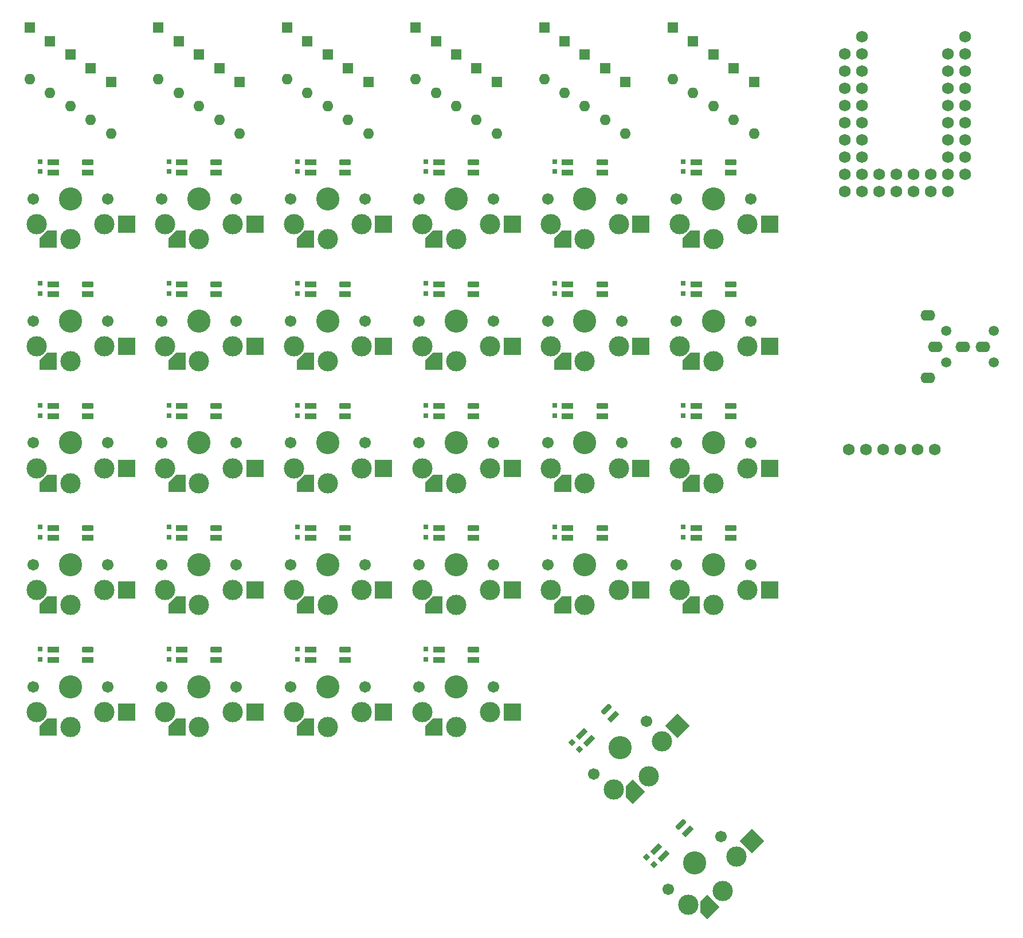
<source format=gts>
G04 #@! TF.GenerationSoftware,KiCad,Pcbnew,(6.0.2)*
G04 #@! TF.CreationDate,2022-04-13T18:46:02+02:00*
G04 #@! TF.ProjectId,SPKB,53504b42-2e6b-4696-9361-645f70636258,rev?*
G04 #@! TF.SameCoordinates,Original*
G04 #@! TF.FileFunction,Soldermask,Top*
G04 #@! TF.FilePolarity,Negative*
%FSLAX46Y46*%
G04 Gerber Fmt 4.6, Leading zero omitted, Abs format (unit mm)*
G04 Created by KiCad (PCBNEW (6.0.2)) date 2022-04-13 18:46:02*
%MOMM*%
%LPD*%
G01*
G04 APERTURE LIST*
G04 Aperture macros list*
%AMRoundRect*
0 Rectangle with rounded corners*
0 $1 Rounding radius*
0 $2 $3 $4 $5 $6 $7 $8 $9 X,Y pos of 4 corners*
0 Add a 4 corners polygon primitive as box body*
4,1,4,$2,$3,$4,$5,$6,$7,$8,$9,$2,$3,0*
0 Add four circle primitives for the rounded corners*
1,1,$1+$1,$2,$3*
1,1,$1+$1,$4,$5*
1,1,$1+$1,$6,$7*
1,1,$1+$1,$8,$9*
0 Add four rect primitives between the rounded corners*
20,1,$1+$1,$2,$3,$4,$5,0*
20,1,$1+$1,$4,$5,$6,$7,0*
20,1,$1+$1,$6,$7,$8,$9,0*
20,1,$1+$1,$8,$9,$2,$3,0*%
%AMRotRect*
0 Rectangle, with rotation*
0 The origin of the aperture is its center*
0 $1 length*
0 $2 width*
0 $3 Rotation angle, in degrees counterclockwise*
0 Add horizontal line*
21,1,$1,$2,0,0,$3*%
%AMOutline5P*
0 Free polygon, 5 corners , with rotation*
0 The origin of the aperture is its center*
0 number of corners: always 5*
0 $1 to $10 corner X, Y*
0 $11 Rotation angle, in degrees counterclockwise*
0 create outline with 5 corners*
4,1,5,$1,$2,$3,$4,$5,$6,$7,$8,$9,$10,$1,$2,$11*%
%AMOutline6P*
0 Free polygon, 6 corners , with rotation*
0 The origin of the aperture is its center*
0 number of corners: always 6*
0 $1 to $12 corner X, Y*
0 $13 Rotation angle, in degrees counterclockwise*
0 create outline with 6 corners*
4,1,6,$1,$2,$3,$4,$5,$6,$7,$8,$9,$10,$11,$12,$1,$2,$13*%
%AMOutline7P*
0 Free polygon, 7 corners , with rotation*
0 The origin of the aperture is its center*
0 number of corners: always 7*
0 $1 to $14 corner X, Y*
0 $15 Rotation angle, in degrees counterclockwise*
0 create outline with 7 corners*
4,1,7,$1,$2,$3,$4,$5,$6,$7,$8,$9,$10,$11,$12,$13,$14,$1,$2,$15*%
%AMOutline8P*
0 Free polygon, 8 corners , with rotation*
0 The origin of the aperture is its center*
0 number of corners: always 8*
0 $1 to $16 corner X, Y*
0 $17 Rotation angle, in degrees counterclockwise*
0 create outline with 8 corners*
4,1,8,$1,$2,$3,$4,$5,$6,$7,$8,$9,$10,$11,$12,$13,$14,$15,$16,$1,$2,$17*%
G04 Aperture macros list end*
%ADD10C,1.500000*%
%ADD11O,2.200000X1.600000*%
%ADD12C,3.000000*%
%ADD13C,1.701800*%
%ADD14C,3.429000*%
%ADD15Outline5P,-1.300000X0.130000X-0.130000X1.300000X1.300000X1.300000X1.300000X-1.300000X-1.300000X-1.300000X0.000000*%
%ADD16R,2.600000X2.600000*%
%ADD17RoundRect,0.205000X-0.645000X-0.205000X0.645000X-0.205000X0.645000X0.205000X-0.645000X0.205000X0*%
%ADD18R,1.700000X0.820000*%
%ADD19R,0.750000X0.800000*%
%ADD20R,1.600000X1.600000*%
%ADD21O,1.600000X1.600000*%
%ADD22C,1.752600*%
%ADD23Outline5P,-1.300000X0.130000X-0.130000X1.300000X1.300000X1.300000X1.300000X-1.300000X-1.300000X-1.300000X45.000000*%
%ADD24RotRect,2.600000X2.600000X45.000000*%
%ADD25RoundRect,0.205000X-0.311127X-0.601041X0.601041X0.311127X0.311127X0.601041X-0.601041X-0.311127X0*%
%ADD26RotRect,1.700000X0.820000X45.000000*%
%ADD27RotRect,0.800000X0.750000X315.000000*%
G04 APERTURE END LIST*
D10*
X168400000Y-79100000D03*
X175400000Y-79100000D03*
D11*
X165700000Y-81400000D03*
X165700000Y-72200000D03*
X166800000Y-76800000D03*
X173800000Y-76800000D03*
D10*
X168400000Y-74500000D03*
X175400000Y-74500000D03*
D11*
X170800000Y-76800000D03*
D12*
X91000000Y-58750000D03*
X96000000Y-60950000D03*
X101000000Y-58750000D03*
D13*
X90500000Y-55000000D03*
D14*
X96000000Y-55000000D03*
D13*
X101500000Y-55000000D03*
D15*
X92725000Y-60950000D03*
D16*
X104275000Y-58750000D03*
D17*
X98550000Y-49560000D03*
D18*
X98550000Y-51060000D03*
D19*
X91550000Y-50950000D03*
D18*
X93450000Y-51060000D03*
D19*
X91550000Y-49450000D03*
D18*
X93450000Y-49560000D03*
D12*
X91000000Y-94750000D03*
X96000000Y-96950000D03*
X101000000Y-94750000D03*
D13*
X90500000Y-91000000D03*
D14*
X96000000Y-91000000D03*
D13*
X101500000Y-91000000D03*
D15*
X92725000Y-96950000D03*
D16*
X104275000Y-94750000D03*
D17*
X98550000Y-85560000D03*
D18*
X98550000Y-87060000D03*
D19*
X91550000Y-86950000D03*
D18*
X93450000Y-87060000D03*
D19*
X91550000Y-85450000D03*
D18*
X93450000Y-85560000D03*
D12*
X129000000Y-58750000D03*
X134000000Y-60950000D03*
X139000000Y-58750000D03*
D13*
X128500000Y-55000000D03*
D14*
X134000000Y-55000000D03*
D13*
X139500000Y-55000000D03*
D15*
X130725000Y-60950000D03*
D16*
X142275000Y-58750000D03*
D17*
X136550000Y-49560000D03*
D18*
X136550000Y-51060000D03*
D19*
X129550000Y-50950000D03*
D18*
X131450000Y-51060000D03*
D19*
X129550000Y-49450000D03*
D18*
X131450000Y-49560000D03*
D12*
X91000000Y-76750000D03*
X96000000Y-78950000D03*
X101000000Y-76750000D03*
D13*
X90500000Y-73000000D03*
D14*
X96000000Y-73000000D03*
D13*
X101500000Y-73000000D03*
D15*
X92725000Y-78950000D03*
D16*
X104275000Y-76750000D03*
D17*
X98550000Y-67560000D03*
D18*
X98550000Y-69060000D03*
D19*
X91550000Y-68950000D03*
D18*
X93450000Y-69060000D03*
D19*
X91550000Y-67450000D03*
D18*
X93450000Y-67560000D03*
D12*
X34000000Y-94750000D03*
X39000000Y-96950000D03*
X44000000Y-94750000D03*
D13*
X33500000Y-91000000D03*
D14*
X39000000Y-91000000D03*
D13*
X44500000Y-91000000D03*
D15*
X35725000Y-96950000D03*
D16*
X47275000Y-94750000D03*
D17*
X41550000Y-85560000D03*
D18*
X41550000Y-87060000D03*
D19*
X34550000Y-86950000D03*
D18*
X36450000Y-87060000D03*
D19*
X34550000Y-85450000D03*
D18*
X36450000Y-85560000D03*
D20*
X112000000Y-31690000D03*
D21*
X112000000Y-39310000D03*
D12*
X34000000Y-130750000D03*
X39000000Y-132950000D03*
X44000000Y-130750000D03*
D13*
X33500000Y-127000000D03*
D14*
X39000000Y-127000000D03*
D13*
X44500000Y-127000000D03*
D15*
X35725000Y-132950000D03*
D16*
X47275000Y-130750000D03*
D17*
X41550000Y-121560000D03*
D18*
X41550000Y-123060000D03*
D19*
X34550000Y-122950000D03*
D18*
X36450000Y-123060000D03*
D19*
X34550000Y-121450000D03*
D18*
X36450000Y-121560000D03*
D12*
X72000000Y-130750000D03*
X77000000Y-132950000D03*
X82000000Y-130750000D03*
D13*
X71500000Y-127000000D03*
D14*
X77000000Y-127000000D03*
D13*
X82500000Y-127000000D03*
D15*
X73725000Y-132950000D03*
D16*
X85275000Y-130750000D03*
D17*
X79550000Y-121560000D03*
D18*
X79550000Y-123060000D03*
D19*
X72550000Y-122950000D03*
D18*
X74450000Y-123060000D03*
D19*
X72550000Y-121450000D03*
D18*
X74450000Y-121560000D03*
D12*
X34000000Y-58750000D03*
X39000000Y-60950000D03*
X44000000Y-58750000D03*
D13*
X33500000Y-55000000D03*
D14*
X39000000Y-55000000D03*
D13*
X44500000Y-55000000D03*
D15*
X35725000Y-60950000D03*
D16*
X47275000Y-58750000D03*
D17*
X41550000Y-49560000D03*
D18*
X41550000Y-51060000D03*
D19*
X34550000Y-50950000D03*
D18*
X36450000Y-51060000D03*
D19*
X34550000Y-49450000D03*
D18*
X36450000Y-49560000D03*
D20*
X80000000Y-35690000D03*
D21*
X80000000Y-43310000D03*
D20*
X64000000Y-37690000D03*
D21*
X64000000Y-45310000D03*
D20*
X71000000Y-29690000D03*
D21*
X71000000Y-37310000D03*
D20*
X102000000Y-37690000D03*
D21*
X102000000Y-45310000D03*
D12*
X110000000Y-112750000D03*
X115000000Y-114950000D03*
X120000000Y-112750000D03*
D13*
X109500000Y-109000000D03*
D14*
X115000000Y-109000000D03*
D13*
X120500000Y-109000000D03*
D15*
X111725000Y-114950000D03*
D16*
X123275000Y-112750000D03*
D17*
X117550000Y-103560000D03*
D18*
X117550000Y-105060000D03*
D19*
X110550000Y-104950000D03*
D18*
X112450000Y-105060000D03*
D19*
X110550000Y-103450000D03*
D18*
X112450000Y-103560000D03*
D20*
X137000000Y-35690000D03*
D21*
X137000000Y-43310000D03*
D12*
X72000000Y-94750000D03*
X77000000Y-96950000D03*
X82000000Y-94750000D03*
D13*
X71500000Y-91000000D03*
D14*
X77000000Y-91000000D03*
D13*
X82500000Y-91000000D03*
D15*
X73725000Y-96950000D03*
D16*
X85275000Y-94750000D03*
D17*
X79550000Y-85560000D03*
D18*
X79550000Y-87060000D03*
D19*
X72550000Y-86950000D03*
D18*
X74450000Y-87060000D03*
D19*
X72550000Y-85450000D03*
D18*
X74450000Y-85560000D03*
D20*
X109000000Y-29690000D03*
D21*
X109000000Y-37310000D03*
D20*
X140000000Y-37690000D03*
D21*
X140000000Y-45310000D03*
D12*
X53000000Y-76750000D03*
X58000000Y-78950000D03*
X63000000Y-76750000D03*
D13*
X52500000Y-73000000D03*
D14*
X58000000Y-73000000D03*
D13*
X63500000Y-73000000D03*
D15*
X54725000Y-78950000D03*
D16*
X66275000Y-76750000D03*
D17*
X60550000Y-67560000D03*
D18*
X60550000Y-69060000D03*
D19*
X53550000Y-68950000D03*
D18*
X55450000Y-69060000D03*
D19*
X53550000Y-67450000D03*
D18*
X55450000Y-67560000D03*
D20*
X134000000Y-33690000D03*
D21*
X134000000Y-41310000D03*
D20*
X61000000Y-35690000D03*
D21*
X61000000Y-43310000D03*
D22*
X166700000Y-92000000D03*
X154000000Y-92000000D03*
X156540000Y-92000000D03*
X159080000Y-92000000D03*
X161620000Y-92000000D03*
X164160000Y-92000000D03*
D20*
X36000000Y-31690000D03*
D21*
X36000000Y-39310000D03*
D12*
X53000000Y-130750000D03*
X58000000Y-132950000D03*
X63000000Y-130750000D03*
D13*
X52500000Y-127000000D03*
D14*
X58000000Y-127000000D03*
D13*
X63500000Y-127000000D03*
D15*
X54725000Y-132950000D03*
D16*
X66275000Y-130750000D03*
D17*
X60550000Y-121560000D03*
D18*
X60550000Y-123060000D03*
D19*
X53550000Y-122950000D03*
D18*
X55450000Y-123060000D03*
D19*
X53550000Y-121450000D03*
D18*
X55450000Y-121560000D03*
D20*
X131000000Y-31690000D03*
D21*
X131000000Y-39310000D03*
D12*
X110000000Y-76750000D03*
X115000000Y-78950000D03*
X120000000Y-76750000D03*
D13*
X109500000Y-73000000D03*
D14*
X115000000Y-73000000D03*
D13*
X120500000Y-73000000D03*
D15*
X111725000Y-78950000D03*
D16*
X123275000Y-76750000D03*
D17*
X117550000Y-67560000D03*
D18*
X117550000Y-69060000D03*
D19*
X110550000Y-68950000D03*
D18*
X112450000Y-69060000D03*
D19*
X110550000Y-67450000D03*
D18*
X112450000Y-67560000D03*
D20*
X33000000Y-29690000D03*
D21*
X33000000Y-37310000D03*
D12*
X53000000Y-94750000D03*
X58000000Y-96950000D03*
X63000000Y-94750000D03*
D13*
X52500000Y-91000000D03*
D14*
X58000000Y-91000000D03*
D13*
X63500000Y-91000000D03*
D15*
X54725000Y-96950000D03*
D16*
X66275000Y-94750000D03*
D17*
X60550000Y-85560000D03*
D18*
X60550000Y-87060000D03*
D19*
X53550000Y-86950000D03*
D18*
X55450000Y-87060000D03*
D19*
X53550000Y-85450000D03*
D18*
X55450000Y-85560000D03*
D12*
X129000000Y-112750000D03*
X134000000Y-114950000D03*
X139000000Y-112750000D03*
D13*
X128500000Y-109000000D03*
D14*
X134000000Y-109000000D03*
D13*
X139500000Y-109000000D03*
D15*
X130725000Y-114950000D03*
D16*
X142275000Y-112750000D03*
D17*
X136550000Y-103560000D03*
D18*
X136550000Y-105060000D03*
D19*
X129550000Y-104950000D03*
D18*
X131450000Y-105060000D03*
D19*
X129550000Y-103450000D03*
D18*
X131450000Y-103560000D03*
D20*
X90000000Y-29690000D03*
D21*
X90000000Y-37310000D03*
D20*
X55000000Y-31690000D03*
D21*
X55000000Y-39310000D03*
D20*
X115000000Y-33690000D03*
D21*
X115000000Y-41310000D03*
D20*
X128000000Y-29690000D03*
D21*
X128000000Y-37310000D03*
D12*
X91000000Y-130750000D03*
X96000000Y-132950000D03*
X101000000Y-130750000D03*
D13*
X90500000Y-127000000D03*
D14*
X96000000Y-127000000D03*
D13*
X101500000Y-127000000D03*
D15*
X92725000Y-132950000D03*
D16*
X104275000Y-130750000D03*
D17*
X98550000Y-121560000D03*
D18*
X98550000Y-123060000D03*
D19*
X91550000Y-122950000D03*
D18*
X93450000Y-123060000D03*
D19*
X91550000Y-121450000D03*
D18*
X93450000Y-121560000D03*
D12*
X119316117Y-142187184D03*
X124407285Y-140207285D03*
X126387184Y-135116117D03*
D13*
X116310913Y-139889087D03*
D14*
X120200000Y-136000000D03*
D13*
X124089087Y-132110913D03*
D23*
X122091511Y-142523060D03*
D24*
X128702959Y-132800342D03*
D25*
X118156461Y-130350217D03*
D26*
X119217122Y-131410877D03*
D27*
X114189592Y-136282843D03*
D26*
X115610877Y-135017122D03*
D27*
X113128932Y-135222183D03*
D26*
X114550217Y-133956461D03*
D20*
X52000000Y-29690000D03*
D21*
X52000000Y-37310000D03*
D20*
X83000000Y-37690000D03*
D21*
X83000000Y-45310000D03*
D20*
X121000000Y-37690000D03*
D21*
X121000000Y-45310000D03*
D20*
X58000000Y-33690000D03*
D21*
X58000000Y-41310000D03*
D12*
X72000000Y-112750000D03*
X77000000Y-114950000D03*
X82000000Y-112750000D03*
D13*
X71500000Y-109000000D03*
D14*
X77000000Y-109000000D03*
D13*
X82500000Y-109000000D03*
D15*
X73725000Y-114950000D03*
D16*
X85275000Y-112750000D03*
D17*
X79550000Y-103560000D03*
D18*
X79550000Y-105060000D03*
D19*
X72550000Y-104950000D03*
D18*
X74450000Y-105060000D03*
D19*
X72550000Y-103450000D03*
D18*
X74450000Y-103560000D03*
D20*
X42000000Y-35690000D03*
D21*
X42000000Y-43310000D03*
D12*
X129000000Y-76750000D03*
X134000000Y-78950000D03*
X139000000Y-76750000D03*
D13*
X128500000Y-73000000D03*
D14*
X134000000Y-73000000D03*
D13*
X139500000Y-73000000D03*
D15*
X130725000Y-78950000D03*
D16*
X142275000Y-76750000D03*
D17*
X136550000Y-67560000D03*
D18*
X136550000Y-69060000D03*
D19*
X129550000Y-68950000D03*
D18*
X131450000Y-69060000D03*
D19*
X129550000Y-67450000D03*
D18*
X131450000Y-67560000D03*
D12*
X91000000Y-112750000D03*
X96000000Y-114950000D03*
X101000000Y-112750000D03*
D13*
X90500000Y-109000000D03*
D14*
X96000000Y-109000000D03*
D13*
X101500000Y-109000000D03*
D15*
X92725000Y-114950000D03*
D16*
X104275000Y-112750000D03*
D17*
X98550000Y-103560000D03*
D18*
X98550000Y-105060000D03*
D19*
X91550000Y-104950000D03*
D18*
X93450000Y-105060000D03*
D19*
X91550000Y-103450000D03*
D18*
X93450000Y-103560000D03*
D12*
X72000000Y-58750000D03*
X77000000Y-60950000D03*
X82000000Y-58750000D03*
D13*
X71500000Y-55000000D03*
D14*
X77000000Y-55000000D03*
D13*
X82500000Y-55000000D03*
D15*
X73725000Y-60950000D03*
D16*
X85275000Y-58750000D03*
D17*
X79550000Y-49560000D03*
D18*
X79550000Y-51060000D03*
D19*
X72550000Y-50950000D03*
D18*
X74450000Y-51060000D03*
D19*
X72550000Y-49450000D03*
D18*
X74450000Y-49560000D03*
D20*
X118000000Y-35690000D03*
D21*
X118000000Y-43310000D03*
D12*
X130316117Y-159187184D03*
X135407285Y-157207285D03*
X137387184Y-152116117D03*
D13*
X127310913Y-156889087D03*
D14*
X131200000Y-153000000D03*
D13*
X135089087Y-149110913D03*
D23*
X133091511Y-159523060D03*
D24*
X139702959Y-149800342D03*
D25*
X129156461Y-147350217D03*
D26*
X130217122Y-148410877D03*
D27*
X125189592Y-153282843D03*
D26*
X126610877Y-152017122D03*
D27*
X124128932Y-152222183D03*
D26*
X125550217Y-150956461D03*
D12*
X53000000Y-112750000D03*
X58000000Y-114950000D03*
X63000000Y-112750000D03*
D13*
X52500000Y-109000000D03*
D14*
X58000000Y-109000000D03*
D13*
X63500000Y-109000000D03*
D15*
X54725000Y-114950000D03*
D16*
X66275000Y-112750000D03*
D17*
X60550000Y-103560000D03*
D18*
X60550000Y-105060000D03*
D19*
X53550000Y-104950000D03*
D18*
X55450000Y-105060000D03*
D19*
X53550000Y-103450000D03*
D18*
X55450000Y-103560000D03*
D12*
X129000000Y-94750000D03*
X134000000Y-96950000D03*
X139000000Y-94750000D03*
D13*
X128500000Y-91000000D03*
D14*
X134000000Y-91000000D03*
D13*
X139500000Y-91000000D03*
D15*
X130725000Y-96950000D03*
D16*
X142275000Y-94750000D03*
D17*
X136550000Y-85560000D03*
D18*
X136550000Y-87060000D03*
D19*
X129550000Y-86950000D03*
D18*
X131450000Y-87060000D03*
D19*
X129550000Y-85450000D03*
D18*
X131450000Y-85560000D03*
D12*
X110000000Y-94750000D03*
X115000000Y-96950000D03*
X120000000Y-94750000D03*
D13*
X109500000Y-91000000D03*
D14*
X115000000Y-91000000D03*
D13*
X120500000Y-91000000D03*
D15*
X111725000Y-96950000D03*
D16*
X123275000Y-94750000D03*
D17*
X117550000Y-85560000D03*
D18*
X117550000Y-87060000D03*
D19*
X110550000Y-86950000D03*
D18*
X112450000Y-87060000D03*
D19*
X110550000Y-85450000D03*
D18*
X112450000Y-85560000D03*
D20*
X99000000Y-35690000D03*
D21*
X99000000Y-43310000D03*
D22*
X171160000Y-31050000D03*
X153380000Y-33590000D03*
X171160000Y-33590000D03*
X153380000Y-36130000D03*
X171160000Y-36130000D03*
X153380000Y-38670000D03*
X153380000Y-41210000D03*
X171160000Y-38670000D03*
X153380000Y-43750000D03*
X171160000Y-41210000D03*
X171160000Y-43750000D03*
X153380000Y-46290000D03*
X153380000Y-48830000D03*
X171160000Y-46290000D03*
X171160000Y-48830000D03*
X153380000Y-51370000D03*
X153380000Y-53910000D03*
X171160000Y-51370000D03*
X155920000Y-53910000D03*
X158460000Y-53910000D03*
X166080000Y-51370000D03*
X163540000Y-51370000D03*
X161000000Y-53910000D03*
X161000000Y-51370000D03*
X163540000Y-53910000D03*
X166080000Y-53910000D03*
X158460000Y-51370000D03*
X168620000Y-53910000D03*
X155920000Y-51370000D03*
X155920000Y-48830000D03*
X168620000Y-48830000D03*
X155920000Y-46290000D03*
X155920000Y-43750000D03*
X168620000Y-46290000D03*
X168620000Y-43750000D03*
X155920000Y-41210000D03*
X168620000Y-41210000D03*
X155920000Y-38670000D03*
X168620000Y-38670000D03*
X155920000Y-36130000D03*
X168620000Y-36130000D03*
X155920000Y-33590000D03*
X155920000Y-31050000D03*
X168620000Y-33590000D03*
X168620000Y-51370000D03*
D20*
X96000000Y-33690000D03*
D21*
X96000000Y-41310000D03*
D12*
X72000000Y-76750000D03*
X77000000Y-78950000D03*
X82000000Y-76750000D03*
D13*
X71500000Y-73000000D03*
D14*
X77000000Y-73000000D03*
D13*
X82500000Y-73000000D03*
D15*
X73725000Y-78950000D03*
D16*
X85275000Y-76750000D03*
D17*
X79550000Y-67560000D03*
D18*
X79550000Y-69060000D03*
D19*
X72550000Y-68950000D03*
D18*
X74450000Y-69060000D03*
D19*
X72550000Y-67450000D03*
D18*
X74450000Y-67560000D03*
D12*
X34000000Y-76750000D03*
X39000000Y-78950000D03*
X44000000Y-76750000D03*
D13*
X33500000Y-73000000D03*
D14*
X39000000Y-73000000D03*
D13*
X44500000Y-73000000D03*
D15*
X35725000Y-78950000D03*
D16*
X47275000Y-76750000D03*
D17*
X41550000Y-67560000D03*
D18*
X41550000Y-69060000D03*
D19*
X34550000Y-68950000D03*
D18*
X36450000Y-69060000D03*
D19*
X34550000Y-67450000D03*
D18*
X36450000Y-67560000D03*
D12*
X53000000Y-58750000D03*
X58000000Y-60950000D03*
X63000000Y-58750000D03*
D13*
X52500000Y-55000000D03*
D14*
X58000000Y-55000000D03*
D13*
X63500000Y-55000000D03*
D15*
X54725000Y-60950000D03*
D16*
X66275000Y-58750000D03*
D17*
X60550000Y-49560000D03*
D18*
X60550000Y-51060000D03*
D19*
X53550000Y-50950000D03*
D18*
X55450000Y-51060000D03*
D19*
X53550000Y-49450000D03*
D18*
X55450000Y-49560000D03*
D20*
X45000000Y-37690000D03*
D21*
X45000000Y-45310000D03*
D20*
X77000000Y-33690000D03*
D21*
X77000000Y-41310000D03*
D12*
X110000000Y-58750000D03*
X115000000Y-60950000D03*
X120000000Y-58750000D03*
D13*
X109500000Y-55000000D03*
D14*
X115000000Y-55000000D03*
D13*
X120500000Y-55000000D03*
D15*
X111725000Y-60950000D03*
D16*
X123275000Y-58750000D03*
D17*
X117550000Y-49560000D03*
D18*
X117550000Y-51060000D03*
D19*
X110550000Y-50950000D03*
D18*
X112450000Y-51060000D03*
D19*
X110550000Y-49450000D03*
D18*
X112450000Y-49560000D03*
D20*
X74000000Y-31690000D03*
D21*
X74000000Y-39310000D03*
D12*
X34000000Y-112750000D03*
X39000000Y-114950000D03*
X44000000Y-112750000D03*
D13*
X33500000Y-109000000D03*
D14*
X39000000Y-109000000D03*
D13*
X44500000Y-109000000D03*
D15*
X35725000Y-114950000D03*
D16*
X47275000Y-112750000D03*
D17*
X41550000Y-103560000D03*
D18*
X41550000Y-105060000D03*
D19*
X34550000Y-104950000D03*
D18*
X36450000Y-105060000D03*
D19*
X34550000Y-103450000D03*
D18*
X36450000Y-103560000D03*
D20*
X93000000Y-31690000D03*
D21*
X93000000Y-39310000D03*
D20*
X39000000Y-33690000D03*
D21*
X39000000Y-41310000D03*
M02*

</source>
